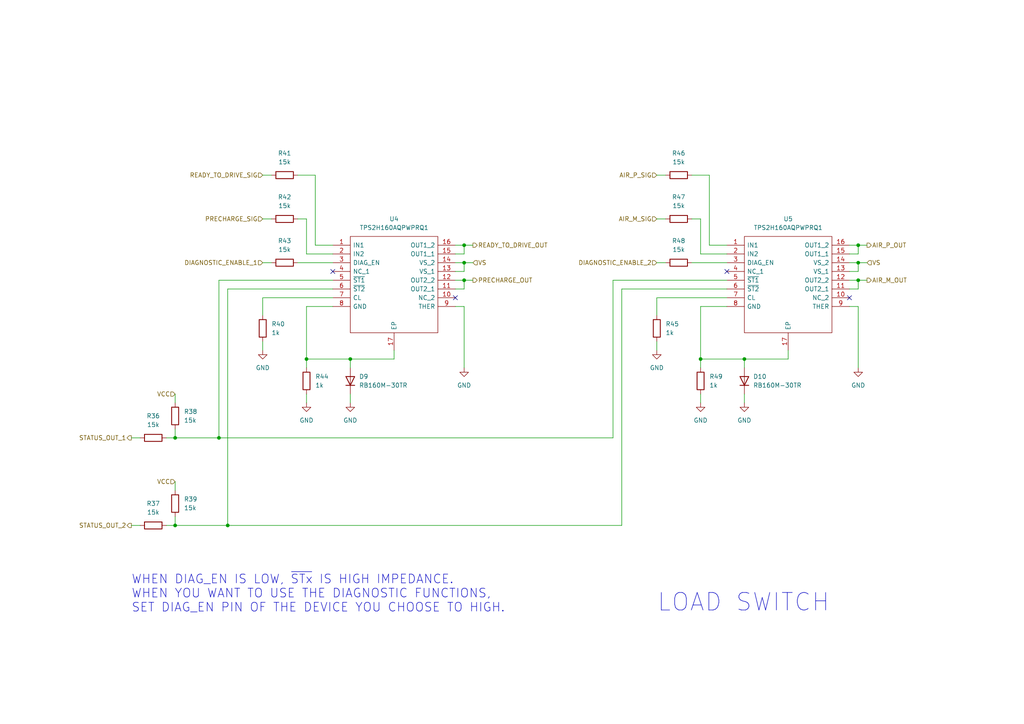
<source format=kicad_sch>
(kicad_sch (version 20230121) (generator eeschema)
  (paper "A4")
  (lib_symbols
    (symbol "Device:D" (pin_numbers hide) (pin_names (offset 1.016) hide)
      (property "Reference" "D" (at 0 2.54 0))
      (property "Value" "D" (at 0 -2.54 0))
      (symbol "D_0_1"
        (polyline (pts (xy -1.27 1.27) (xy -1.27 -1.27)) (stroke (width 0.254)))
        (polyline (pts (xy 1.27 0) (xy -1.27 0)))
        (polyline (pts (xy 1.27 1.27) (xy 1.27 -1.27) (xy -1.27 0) (xy 1.27 1.27)) (stroke (width 0.254)))
      )
      (symbol "D_1_1"
        (pin passive line (at -3.81 0 0) (length 2.54) (name "K") (number "1"))
        (pin passive line (at 3.81 0 180) (length 2.54) (name "A") (number "2"))
      )
    )
    (symbol "Device:R" (pin_numbers hide) (pin_names (offset 0))
      (property "Reference" "R" (at 2.032 0 90))
      (property "Value" "R" (at 0 0 90))
      (symbol "R_0_1"
        (rectangle (start -1.016 -2.54) (end 1.016 2.54) (stroke (width 0.254)))
      )
      (symbol "R_1_1"
        (pin passive line (at 0 3.81 270) (length 1.27) (name "~") (number "1"))
        (pin passive line (at 0 -3.81 90) (length 1.27) (name "~") (number "2"))
      )
    )
    (symbol "SamacSys_Parts:TPS2H160AQPWPRQ1" (pin_names (offset 0.762))
      (property "Reference" "IC" (at 31.75 7.62 0))
      (property "Value" "TPS2H160AQPWPRQ1" (at 31.75 5.08 0))
      (symbol "TPS2H160AQPWPRQ1_0_0"
        (pin passive line (at 0 0 0) (length 5.08) (name "IN1") (number "1"))
        (pin passive line (at 35.56 -15.24 180) (length 5.08) (name "NC_2") (number "10"))
        (pin passive line (at 35.56 -12.7 180) (length 5.08) (name "OUT2_1") (number "11"))
        (pin passive line (at 35.56 -10.16 180) (length 5.08) (name "OUT2_2") (number "12"))
        (pin passive line (at 35.56 -7.62 180) (length 5.08) (name "VS_1") (number "13"))
        (pin passive line (at 35.56 -5.08 180) (length 5.08) (name "VS_2") (number "14"))
        (pin passive line (at 35.56 -2.54 180) (length 5.08) (name "OUT1_1") (number "15"))
        (pin passive line (at 35.56 0 180) (length 5.08) (name "OUT1_2") (number "16"))
        (pin passive line (at 17.78 -30.48 90) (length 5.08) (name "EP") (number "17"))
        (pin passive line (at 0 -2.54 0) (length 5.08) (name "IN2") (number "2"))
        (pin passive line (at 0 -5.08 0) (length 5.08) (name "DIAG_EN") (number "3"))
        (pin passive line (at 0 -7.62 0) (length 5.08) (name "NC_1") (number "4"))
        (pin passive line (at 0 -10.16 0) (length 5.08) (name "~{ST1}") (number "5"))
        (pin passive line (at 0 -12.7 0) (length 5.08) (name "~{ST2}") (number "6"))
        (pin passive line (at 0 -15.24 0) (length 5.08) (name "CL") (number "7"))
        (pin passive line (at 0 -17.78 0) (length 5.08) (name "GND") (number "8"))
        (pin passive line (at 35.56 -17.78 180) (length 5.08) (name "THER") (number "9"))
      )
      (symbol "TPS2H160AQPWPRQ1_0_1"
        (polyline (pts (xy 5.08 2.54) (xy 30.48 2.54) (xy 30.48 -25.4) (xy 5.08 -25.4) (xy 5.08 2.54)) (stroke (width 0.1524)))
      )
    )
    (symbol "power:GND" (power) (pin_names (offset 0))
      (property "Value" "GND" (at 0 -3.81 0))
      (symbol "GND_0_1"
        (polyline (pts (xy 0 0) (xy 0 -1.27) (xy 1.27 -1.27) (xy 0 -2.54) (xy -1.27 -1.27) (xy 0 -1.27)))
      )
      (symbol "GND_1_1"
        (pin power_in line (at 0 0 270) (length 0) hide (name "GND") (number "1"))
      )
    )
  )
  (junction (at 248.92 76.2))
  (junction (at 134.62 71.12))
  (junction (at 248.92 81.28))
  (junction (at 66.04 152.4))
  (junction (at 134.62 81.28))
  (junction (at 101.6 104.14))
  (junction (at 50.8 152.4))
  (junction (at 88.9 104.14))
  (junction (at 248.92 71.12))
  (junction (at 215.9 104.14))
  (junction (at 203.2 104.14))
  (junction (at 50.8 127))
  (junction (at 134.62 76.2))
  (junction (at 63.5 127))
  (no_connect (at 132.08 86.36))
  (no_connect (at 246.38 86.36))
  (no_connect (at 96.52 78.74))
  (no_connect (at 210.82 78.74))
  (wire (pts (xy 88.9 114.3) (xy 88.9 116.84)))
  (wire (pts (xy 248.92 88.9) (xy 248.92 106.68)))
  (wire (pts (xy 200.66 63.5) (xy 203.2 63.5)))
  (wire (pts (xy 248.92 73.66) (xy 246.38 73.66)))
  (wire (pts (xy 215.9 106.68) (xy 215.9 104.14)))
  (wire (pts (xy 76.2 99.06) (xy 76.2 101.6)))
  (wire (pts (xy 205.74 50.8) (xy 200.66 50.8)))
  (wire (pts (xy 134.62 71.12) (xy 132.08 71.12)))
  (wire (pts (xy 134.62 71.12) (xy 137.16 71.12)))
  (wire (pts (xy 114.3 101.6) (xy 114.3 104.14)))
  (wire (pts (xy 248.92 81.28) (xy 251.46 81.28)))
  (wire (pts (xy 246.38 76.2) (xy 248.92 76.2)))
  (wire (pts (xy 190.5 99.06) (xy 190.5 101.6)))
  (wire (pts (xy 248.92 81.28) (xy 248.92 83.82)))
  (wire (pts (xy 38.1 152.4) (xy 40.64 152.4)))
  (wire (pts (xy 134.62 76.2) (xy 134.62 78.74)))
  (wire (pts (xy 76.2 91.44) (xy 76.2 86.36)))
  (wire (pts (xy 63.5 81.28) (xy 63.5 127)))
  (wire (pts (xy 210.82 71.12) (xy 205.74 71.12)))
  (wire (pts (xy 180.34 83.82) (xy 180.34 152.4)))
  (wire (pts (xy 50.8 114.3) (xy 50.8 116.84)))
  (wire (pts (xy 248.92 83.82) (xy 246.38 83.82)))
  (wire (pts (xy 132.08 73.66) (xy 134.62 73.66)))
  (wire (pts (xy 203.2 114.3) (xy 203.2 116.84)))
  (wire (pts (xy 248.92 76.2) (xy 251.46 76.2)))
  (wire (pts (xy 177.8 81.28) (xy 177.8 127)))
  (wire (pts (xy 50.8 139.7) (xy 50.8 142.24)))
  (wire (pts (xy 228.6 101.6) (xy 228.6 104.14)))
  (wire (pts (xy 246.38 71.12) (xy 248.92 71.12)))
  (wire (pts (xy 190.5 76.2) (xy 193.04 76.2)))
  (wire (pts (xy 132.08 88.9) (xy 134.62 88.9)))
  (wire (pts (xy 48.26 127) (xy 50.8 127)))
  (wire (pts (xy 134.62 83.82) (xy 132.08 83.82)))
  (wire (pts (xy 50.8 149.86) (xy 50.8 152.4)))
  (wire (pts (xy 210.82 83.82) (xy 180.34 83.82)))
  (wire (pts (xy 203.2 88.9) (xy 210.82 88.9)))
  (wire (pts (xy 190.5 86.36) (xy 210.82 86.36)))
  (wire (pts (xy 101.6 106.68) (xy 101.6 104.14)))
  (wire (pts (xy 134.62 88.9) (xy 134.62 106.68)))
  (wire (pts (xy 248.92 76.2) (xy 248.92 78.74)))
  (wire (pts (xy 66.04 152.4) (xy 180.34 152.4)))
  (wire (pts (xy 63.5 127) (xy 177.8 127)))
  (wire (pts (xy 134.62 81.28) (xy 134.62 83.82)))
  (wire (pts (xy 76.2 86.36) (xy 96.52 86.36)))
  (wire (pts (xy 190.5 50.8) (xy 193.04 50.8)))
  (wire (pts (xy 134.62 81.28) (xy 137.16 81.28)))
  (wire (pts (xy 200.66 76.2) (xy 210.82 76.2)))
  (wire (pts (xy 215.9 114.3) (xy 215.9 116.84)))
  (wire (pts (xy 66.04 83.82) (xy 96.52 83.82)))
  (wire (pts (xy 86.36 63.5) (xy 88.9 63.5)))
  (wire (pts (xy 48.26 152.4) (xy 50.8 152.4)))
  (wire (pts (xy 66.04 83.82) (xy 66.04 152.4)))
  (wire (pts (xy 50.8 152.4) (xy 66.04 152.4)))
  (wire (pts (xy 134.62 73.66) (xy 134.62 71.12)))
  (wire (pts (xy 134.62 78.74) (xy 132.08 78.74)))
  (wire (pts (xy 76.2 50.8) (xy 78.74 50.8)))
  (wire (pts (xy 88.9 88.9) (xy 96.52 88.9)))
  (wire (pts (xy 101.6 114.3) (xy 101.6 116.84)))
  (wire (pts (xy 203.2 104.14) (xy 215.9 104.14)))
  (wire (pts (xy 91.44 50.8) (xy 91.44 71.12)))
  (wire (pts (xy 63.5 81.28) (xy 96.52 81.28)))
  (wire (pts (xy 50.8 124.46) (xy 50.8 127)))
  (wire (pts (xy 88.9 88.9) (xy 88.9 104.14)))
  (wire (pts (xy 86.36 76.2) (xy 96.52 76.2)))
  (wire (pts (xy 134.62 76.2) (xy 137.16 76.2)))
  (wire (pts (xy 210.82 81.28) (xy 177.8 81.28)))
  (wire (pts (xy 91.44 71.12) (xy 96.52 71.12)))
  (wire (pts (xy 203.2 88.9) (xy 203.2 104.14)))
  (wire (pts (xy 88.9 73.66) (xy 96.52 73.66)))
  (wire (pts (xy 203.2 63.5) (xy 203.2 73.66)))
  (wire (pts (xy 190.5 63.5) (xy 193.04 63.5)))
  (wire (pts (xy 203.2 104.14) (xy 203.2 106.68)))
  (wire (pts (xy 203.2 73.66) (xy 210.82 73.66)))
  (wire (pts (xy 132.08 76.2) (xy 134.62 76.2)))
  (wire (pts (xy 76.2 76.2) (xy 78.74 76.2)))
  (wire (pts (xy 246.38 88.9) (xy 248.92 88.9)))
  (wire (pts (xy 246.38 78.74) (xy 248.92 78.74)))
  (wire (pts (xy 132.08 81.28) (xy 134.62 81.28)))
  (wire (pts (xy 76.2 63.5) (xy 78.74 63.5)))
  (wire (pts (xy 246.38 81.28) (xy 248.92 81.28)))
  (wire (pts (xy 215.9 104.14) (xy 228.6 104.14)))
  (wire (pts (xy 88.9 104.14) (xy 88.9 106.68)))
  (wire (pts (xy 86.36 50.8) (xy 91.44 50.8)))
  (wire (pts (xy 101.6 104.14) (xy 114.3 104.14)))
  (wire (pts (xy 101.6 104.14) (xy 88.9 104.14)))
  (wire (pts (xy 248.92 71.12) (xy 251.46 71.12)))
  (wire (pts (xy 88.9 63.5) (xy 88.9 73.66)))
  (wire (pts (xy 50.8 127) (xy 63.5 127)))
  (wire (pts (xy 248.92 71.12) (xy 248.92 73.66)))
  (wire (pts (xy 190.5 91.44) (xy 190.5 86.36)))
  (wire (pts (xy 205.74 71.12) (xy 205.74 50.8)))
  (wire (pts (xy 38.1 127) (xy 40.64 127)))
  (text "LOAD SWITCH" (at 190.5 177.8 0) (effects (font (size 5.08 5.08)) (justify left bottom)))
  (text "WHEN DIAG_EN IS LOW, ~{STx} IS HIGH IMPEDANCE.\nWHEN YOU WANT TO USE THE DIAGNOSTIC FUNCTIONS,\nSET DIAG_EN PIN OF THE DEVICE YOU CHOOSE TO HIGH." (at 38.1 177.8 0) (effects (font (size 2.54 2.54)) (justify left bottom)))
  (hierarchical_label "PRECHARGE_OUT" (shape output) (at 137.16 81.28 0))
  (hierarchical_label "VS" (shape input) (at 137.16 76.2 0))
  (hierarchical_label "READY_TO_DRIVE_SIG" (shape input) (at 76.2 50.8 180))
  (hierarchical_label "AIR_P_OUT" (shape output) (at 251.46 71.12 0))
  (hierarchical_label "AIR_P_SIG" (shape input) (at 190.5 50.8 180))
  (hierarchical_label "VCC" (shape input) (at 50.8 114.3 180))
  (hierarchical_label "AIR_M_OUT" (shape output) (at 251.46 81.28 0))
  (hierarchical_label "STATUS_OUT_1" (shape output) (at 38.1 127 180))
  (hierarchical_label "PRECHARGE_SIG" (shape input) (at 76.2 63.5 180))
  (hierarchical_label "VS" (shape input) (at 251.46 76.2 0))
  (hierarchical_label "DIAGNOSTIC_ENABLE_1" (shape input) (at 76.2 76.2 180))
  (hierarchical_label "DIAGNOSTIC_ENABLE_2" (shape input) (at 190.5 76.2 180))
  (hierarchical_label "VCC" (shape input) (at 50.8 139.7 180))
  (hierarchical_label "READY_TO_DRIVE_OUT" (shape output) (at 137.16 71.12 0))
  (hierarchical_label "STATUS_OUT_2" (shape output) (at 38.1 152.4 180))
  (hierarchical_label "AIR_M_SIG" (shape input) (at 190.5 63.5 180))
  (symbol (lib_id "power:GND") (at 88.9 116.84 0) (unit 1)
    (property "Reference" "#PWR079" (effects hide))
    (property "Value" "GND" (at 88.9 121.92 0))
  )
  (symbol (lib_id "Device:R") (at 196.85 76.2 90) (unit 1)
    (property "Reference" "R48" (at 196.85 69.85 90))
    (property "Value" "15k" (at 196.85 72.39 90))
    (property "Footprint" "Resistor_SMD:R_0603_1608Metric" (effects hide))
    (property "発注先" "Digi-Key" (effects hide))
  )
  (symbol (lib_id "Device:R") (at 88.9 110.49 0) (unit 1)
    (property "Reference" "R44" (at 91.44 109.22 0) (effects (justify left)))
    (property "Value" "1k" (at 91.44 111.76 0) (effects (justify left)))
    (property "Footprint" "Resistor_SMD:R_0603_1608Metric" (effects hide))
    (property "発注先" "Digi-Key" (effects hide))
  )
  (symbol (lib_id "power:GND") (at 76.2 101.6 0) (unit 1)
    (property "Reference" "#PWR078" (effects hide))
    (property "Value" "GND" (at 76.2 106.68 0))
  )
  (symbol (lib_id "power:GND") (at 248.92 106.68 0) (unit 1)
    (property "Reference" "#PWR085" (effects hide))
    (property "Value" "GND" (at 248.92 111.76 0))
  )
  (symbol (lib_id "Device:R") (at 190.5 95.25 0) (unit 1)
    (property "Reference" "R45" (at 193.04 93.98 0) (effects (justify left)))
    (property "Value" "1k" (at 193.04 96.52 0) (effects (justify left)))
    (property "Footprint" "Resistor_SMD:R_0603_1608Metric" (effects hide))
    (property "発注先" "Digi-Key" (effects hide))
  )
  (symbol (lib_id "power:GND") (at 101.6 116.84 0) (unit 1)
    (property "Reference" "#PWR080" (effects hide))
    (property "Value" "GND" (at 101.6 121.92 0))
  )
  (symbol (lib_id "Device:R") (at 50.8 120.65 0) (unit 1)
    (property "Reference" "R38" (at 53.34 119.38 0) (effects (justify left)))
    (property "Value" "15k" (at 53.34 121.92 0) (effects (justify left)))
    (property "Footprint" "Resistor_SMD:R_0603_1608Metric" (effects hide))
    (property "発注先" "Digi-Key" (effects hide))
  )
  (symbol (lib_id "Device:R") (at 82.55 50.8 90) (unit 1)
    (property "Reference" "R41" (at 82.55 44.45 90))
    (property "Value" "15k" (at 82.55 46.99 90))
    (property "Footprint" "Resistor_SMD:R_0603_1608Metric" (effects hide))
    (property "発注先" "Digi-Key" (effects hide))
  )
  (symbol (lib_id "Device:R") (at 203.2 110.49 0) (unit 1)
    (property "Reference" "R49" (at 205.74 109.22 0) (effects (justify left)))
    (property "Value" "1k" (at 205.74 111.76 0) (effects (justify left)))
    (property "Footprint" "Resistor_SMD:R_0603_1608Metric" (effects hide))
    (property "発注先" "Digi-Key" (effects hide))
  )
  (symbol (lib_id "Device:D") (at 101.6 110.49 90) (unit 1)
    (property "Reference" "D9" (at 104.14 109.22 90) (effects (justify right)))
    (property "Value" "RB160M-30TR" (at 104.14 111.76 90) (effects (justify right)))
    (property "Footprint" "Diode_SMD:D_SOD-123F" (effects hide))
    (property "Sim.Device" "D" (effects hide))
    (property "Sim.Pins" "1=K 2=A" (effects hide))
    (property "発注先" "秋月電子" (effects hide))
  )
  (symbol (lib_id "Device:R") (at 76.2 95.25 0) (unit 1)
    (property "Reference" "R40" (at 78.74 93.98 0) (effects (justify left)))
    (property "Value" "1k" (at 78.74 96.52 0) (effects (justify left)))
    (property "Footprint" "Resistor_SMD:R_0603_1608Metric" (effects hide))
    (property "発注先" "Digi-Key" (effects hide))
  )
  (symbol (lib_id "Device:R") (at 82.55 76.2 90) (unit 1)
    (property "Reference" "R43" (at 82.55 69.85 90))
    (property "Value" "15k" (at 82.55 72.39 90))
    (property "Footprint" "Resistor_SMD:R_0603_1608Metric" (effects hide))
    (property "発注先" "Digi-Key" (effects hide))
  )
  (symbol (lib_id "power:GND") (at 134.62 106.68 0) (unit 1)
    (property "Reference" "#PWR081" (effects hide))
    (property "Value" "GND" (at 134.62 111.76 0))
  )
  (symbol (lib_id "Device:R") (at 196.85 63.5 90) (unit 1)
    (property "Reference" "R47" (at 196.85 57.15 90))
    (property "Value" "15k" (at 196.85 59.69 90))
    (property "Footprint" "Resistor_SMD:R_0603_1608Metric" (effects hide))
    (property "発注先" "Digi-Key" (effects hide))
  )
  (symbol (lib_id "SamacSys_Parts:TPS2H160AQPWPRQ1") (at 96.52 71.12 0) (unit 1)
    (property "Reference" "U4" (at 114.3 63.5 0))
    (property "Value" "TPS2H160AQPWPRQ1" (at 114.3 66.04 0))
    (property "Footprint" "SOP65P640X120-17N" (effects hide))
    (property "Datasheet" "http://www.ti.com/lit/gpn/tps2h160-q1" (effects hide))
    (property "Description" "40-V, 160-m&Omega; dual-channel smart high-side switch" (effects hide))
    (property "Height" "1.2" (effects hide))
    (property "Manufacturer_Name" "Texas Instruments" (effects hide))
    (property "Manufacturer_Part_Number" "TPS2H160AQPWPRQ1" (effects hide))
    (property "Mouser Part Number" "595-TPS2H160AQPWPRQ1" (effects hide))
    (property "Mouser Price/Stock" "https://www.mouser.co.uk/ProductDetail/Texas-Instruments/TPS2H160AQPWPRQ1?qs=l4JqiU1WKg1aD71vW3Hk9w%3D%3D" (effects hide))
    (property "Arrow Part Number" "TPS2H160AQPWPRQ1" (effects hide))
    (property "Arrow Price/Stock" "https://www.arrow.com/en/products/tps2h160aqpwprq1/texas-instruments" (effects hide))
    (property "発注先" "Digi-Key" (effects hide))
  )
  (symbol (lib_id "power:GND") (at 203.2 116.84 0) (unit 1)
    (property "Reference" "#PWR083" (effects hide))
    (property "Value" "GND" (at 203.2 121.92 0))
  )
  (symbol (lib_id "power:GND") (at 190.5 101.6 0) (unit 1)
    (property "Reference" "#PWR082" (effects hide))
    (property "Value" "GND" (at 190.5 106.68 0))
  )
  (symbol (lib_id "Device:R") (at 50.8 146.05 0) (unit 1)
    (property "Reference" "R39" (at 53.34 144.78 0) (effects (justify left)))
    (property "Value" "15k" (at 53.34 147.32 0) (effects (justify left)))
    (property "Footprint" "Resistor_SMD:R_0603_1608Metric" (effects hide))
    (property "発注先" "Digi-Key" (effects hide))
  )
  (symbol (lib_id "Device:R") (at 196.85 50.8 90) (unit 1)
    (property "Reference" "R46" (at 196.85 44.45 90))
    (property "Value" "15k" (at 196.85 46.99 90))
    (property "Footprint" "Resistor_SMD:R_0603_1608Metric" (effects hide))
    (property "発注先" "Digi-Key" (effects hide))
  )
  (symbol (lib_id "Device:R") (at 44.45 127 270) (unit 1)
    (property "Reference" "R36" (at 44.45 120.65 90))
    (property "Value" "15k" (at 44.45 123.19 90))
    (property "Footprint" "Resistor_SMD:R_0603_1608Metric" (effects hide))
    (property "発注先" "Digi-Key" (effects hide))
  )
  (symbol (lib_id "Device:D") (at 215.9 110.49 90) (unit 1)
    (property "Reference" "D10" (at 218.44 109.22 90) (effects (justify right)))
    (property "Value" "RB160M-30TR" (at 218.44 111.76 90) (effects (justify right)))
    (property "Footprint" "Diode_SMD:D_SOD-123F" (effects hide))
    (property "Sim.Device" "D" (effects hide))
    (property "Sim.Pins" "1=K 2=A" (effects hide))
    (property "発注先" "秋月電子" (effects hide))
  )
  (symbol (lib_id "Device:R") (at 82.55 63.5 90) (unit 1)
    (property "Reference" "R42" (at 82.55 57.15 90))
    (property "Value" "15k" (at 82.55 59.69 90))
    (property "Footprint" "Resistor_SMD:R_0603_1608Metric" (effects hide))
    (property "発注先" "Digi-Key" (effects hide))
  )
  (symbol (lib_id "Device:R") (at 44.45 152.4 90) (unit 1)
    (property "Reference" "R37" (at 44.45 146.05 90))
    (property "Value" "15k" (at 44.45 148.59 90))
    (property "Footprint" "Resistor_SMD:R_0603_1608Metric" (effects hide))
    (property "発注先" "Digi-Key" (effects hide))
  )
  (symbol (lib_id "power:GND") (at 215.9 116.84 0) (unit 1)
    (property "Reference" "#PWR084" (effects hide))
    (property "Value" "GND" (at 215.9 121.92 0))
  )
  (symbol (lib_id "SamacSys_Parts:TPS2H160AQPWPRQ1") (at 210.82 71.12 0) (unit 1)
    (property "Reference" "U5" (at 228.6 63.5 0))
    (property "Value" "TPS2H160AQPWPRQ1" (at 228.6 66.04 0))
    (property "Footprint" "SOP65P640X120-17N" (effects hide))
    (property "Datasheet" "http://www.ti.com/lit/gpn/tps2h160-q1" (effects hide))
    (property "Description" "40-V, 160-m&Omega; dual-channel smart high-side switch" (effects hide))
    (property "Height" "1.2" (effects hide))
    (property "Manufacturer_Name" "Texas Instruments" (effects hide))
    (property "Manufacturer_Part_Number" "TPS2H160AQPWPRQ1" (effects hide))
    (property "Mouser Part Number" "595-TPS2H160AQPWPRQ1" (effects hide))
    (property "Mouser Price/Stock" "https://www.mouser.co.uk/ProductDetail/Texas-Instruments/TPS2H160AQPWPRQ1?qs=l4JqiU1WKg1aD71vW3Hk9w%3D%3D" (effects hide))
    (property "Arrow Part Number" "TPS2H160AQPWPRQ1" (effects hide))
    (property "Arrow Price/Stock" "https://www.arrow.com/en/products/tps2h160aqpwprq1/texas-instruments" (effects hide))
    (property "発注先" "Digi-Key" (effects hide))
  )
)
</source>
